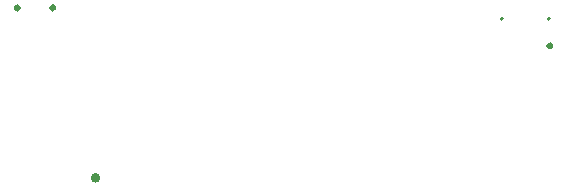
<source format=gbr>
%TF.GenerationSoftware,KiCad,Pcbnew,8.0.5-8.0.5-0~ubuntu22.04.1*%
%TF.CreationDate,2024-09-17T12:21:12-05:00*%
%TF.ProjectId,cheating-calc,63686561-7469-46e6-972d-63616c632e6b,rev?*%
%TF.SameCoordinates,Original*%
%TF.FileFunction,Other,Comment*%
%FSLAX46Y46*%
G04 Gerber Fmt 4.6, Leading zero omitted, Abs format (unit mm)*
G04 Created by KiCad (PCBNEW 8.0.5-8.0.5-0~ubuntu22.04.1) date 2024-09-17 12:21:12*
%MOMM*%
%LPD*%
G01*
G04 APERTURE LIST*
%ADD10C,0.400000*%
%ADD11C,0.320000*%
%ADD12C,0.200000*%
%ADD13C,0.300000*%
G04 APERTURE END LIST*
D10*
%TO.C,U2*%
X95630000Y-70300000D02*
G75*
G02*
X95230000Y-70300000I-200000J0D01*
G01*
X95230000Y-70300000D02*
G75*
G02*
X95630000Y-70300000I200000J0D01*
G01*
D11*
%TO.C,SW1*%
X88960000Y-55912500D02*
G75*
G02*
X88640000Y-55912500I-160000J0D01*
G01*
X88640000Y-55912500D02*
G75*
G02*
X88960000Y-55912500I160000J0D01*
G01*
X91960000Y-55912500D02*
G75*
G02*
X91640000Y-55912500I-160000J0D01*
G01*
X91640000Y-55912500D02*
G75*
G02*
X91960000Y-55912500I160000J0D01*
G01*
D12*
%TO.C,U3*%
X129900000Y-56827500D02*
G75*
G02*
X129700000Y-56827500I-100000J0D01*
G01*
X129700000Y-56827500D02*
G75*
G02*
X129900000Y-56827500I100000J0D01*
G01*
X133900000Y-56827500D02*
G75*
G02*
X133700000Y-56827500I-100000J0D01*
G01*
X133700000Y-56827500D02*
G75*
G02*
X133900000Y-56827500I100000J0D01*
G01*
D13*
X134050000Y-59137500D02*
G75*
G02*
X133750000Y-59137500I-150000J0D01*
G01*
X133750000Y-59137500D02*
G75*
G02*
X134050000Y-59137500I150000J0D01*
G01*
%TD*%
M02*

</source>
